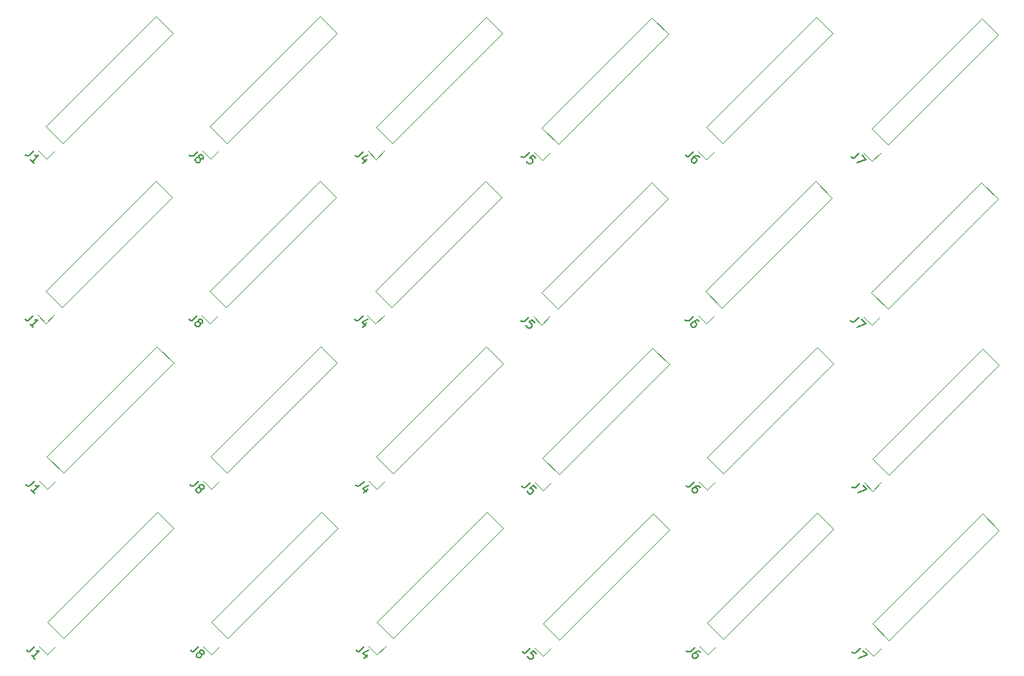
<source format=gbr>
%TF.GenerationSoftware,KiCad,Pcbnew,(7.0.0-0)*%
%TF.CreationDate,2023-04-03T17:09:53+02:00*%
%TF.ProjectId,omniscope,6f6d6e69-7363-46f7-9065-2e6b69636164,rev?*%
%TF.SameCoordinates,Original*%
%TF.FileFunction,Legend,Top*%
%TF.FilePolarity,Positive*%
%FSLAX46Y46*%
G04 Gerber Fmt 4.6, Leading zero omitted, Abs format (unit mm)*
G04 Created by KiCad (PCBNEW (7.0.0-0)) date 2023-04-03 17:09:53*
%MOMM*%
%LPD*%
G01*
G04 APERTURE LIST*
%ADD10C,0.150000*%
%ADD11C,0.120000*%
G04 APERTURE END LIST*
D10*
%TO.C,J7*%
X118263494Y-35565100D02*
X117758418Y-36070176D01*
X117758418Y-36070176D02*
X117623731Y-36137520D01*
X117623731Y-36137520D02*
X117489044Y-36137520D01*
X117489044Y-36137520D02*
X117354357Y-36070176D01*
X117354357Y-36070176D02*
X117287014Y-36002833D01*
X118532869Y-35834474D02*
X119004273Y-36305879D01*
X119004273Y-36305879D02*
X117994121Y-36709940D01*
%TO.C,J5*%
X80538494Y-73340100D02*
X80033418Y-73845176D01*
X80033418Y-73845176D02*
X79898731Y-73912520D01*
X79898731Y-73912520D02*
X79764044Y-73912520D01*
X79764044Y-73912520D02*
X79629357Y-73845176D01*
X79629357Y-73845176D02*
X79562014Y-73777833D01*
X81211930Y-74013535D02*
X80875212Y-73676818D01*
X80875212Y-73676818D02*
X80504823Y-73979863D01*
X80504823Y-73979863D02*
X80572166Y-73979863D01*
X80572166Y-73979863D02*
X80673182Y-74013535D01*
X80673182Y-74013535D02*
X80841540Y-74181894D01*
X80841540Y-74181894D02*
X80875212Y-74282909D01*
X80875212Y-74282909D02*
X80875212Y-74350253D01*
X80875212Y-74350253D02*
X80841540Y-74451268D01*
X80841540Y-74451268D02*
X80673182Y-74619627D01*
X80673182Y-74619627D02*
X80572166Y-74653298D01*
X80572166Y-74653298D02*
X80504823Y-74653298D01*
X80504823Y-74653298D02*
X80403808Y-74619627D01*
X80403808Y-74619627D02*
X80235449Y-74451268D01*
X80235449Y-74451268D02*
X80201777Y-74350253D01*
X80201777Y-74350253D02*
X80201777Y-74282909D01*
%TO.C,J4*%
X61501075Y-73202519D02*
X60995999Y-73707595D01*
X60995999Y-73707595D02*
X60861312Y-73774939D01*
X60861312Y-73774939D02*
X60726625Y-73774939D01*
X60726625Y-73774939D02*
X60591938Y-73707595D01*
X60591938Y-73707595D02*
X60524595Y-73640252D01*
X61905137Y-74077985D02*
X61433732Y-74549389D01*
X62006152Y-73640252D02*
X61332717Y-73976969D01*
X61332717Y-73976969D02*
X61770450Y-74414702D01*
%TO.C,J6*%
X99400913Y-92177681D02*
X98895837Y-92682757D01*
X98895837Y-92682757D02*
X98761150Y-92750101D01*
X98761150Y-92750101D02*
X98626463Y-92750101D01*
X98626463Y-92750101D02*
X98491776Y-92682757D01*
X98491776Y-92682757D02*
X98424433Y-92615414D01*
X100040677Y-92817444D02*
X99905990Y-92682757D01*
X99905990Y-92682757D02*
X99804975Y-92649086D01*
X99804975Y-92649086D02*
X99737631Y-92649086D01*
X99737631Y-92649086D02*
X99569272Y-92682757D01*
X99569272Y-92682757D02*
X99400914Y-92783773D01*
X99400914Y-92783773D02*
X99131540Y-93053147D01*
X99131540Y-93053147D02*
X99097868Y-93154162D01*
X99097868Y-93154162D02*
X99097868Y-93221505D01*
X99097868Y-93221505D02*
X99131540Y-93322521D01*
X99131540Y-93322521D02*
X99266227Y-93457208D01*
X99266227Y-93457208D02*
X99367242Y-93490879D01*
X99367242Y-93490879D02*
X99434585Y-93490879D01*
X99434585Y-93490879D02*
X99535601Y-93457208D01*
X99535601Y-93457208D02*
X99703959Y-93288849D01*
X99703959Y-93288849D02*
X99737631Y-93187834D01*
X99737631Y-93187834D02*
X99737631Y-93120490D01*
X99737631Y-93120490D02*
X99703959Y-93019475D01*
X99703959Y-93019475D02*
X99569272Y-92884788D01*
X99569272Y-92884788D02*
X99468257Y-92851116D01*
X99468257Y-92851116D02*
X99400914Y-92851116D01*
X99400914Y-92851116D02*
X99299898Y-92884788D01*
%TO.C,J4*%
X61426075Y-35377519D02*
X60920999Y-35882595D01*
X60920999Y-35882595D02*
X60786312Y-35949939D01*
X60786312Y-35949939D02*
X60651625Y-35949939D01*
X60651625Y-35949939D02*
X60516938Y-35882595D01*
X60516938Y-35882595D02*
X60449595Y-35815252D01*
X61830137Y-36252985D02*
X61358732Y-36724389D01*
X61931152Y-35815252D02*
X61257717Y-36151969D01*
X61257717Y-36151969D02*
X61695450Y-36589702D01*
%TO.C,J8*%
X42554862Y-92123732D02*
X42049786Y-92628808D01*
X42049786Y-92628808D02*
X41915099Y-92696152D01*
X41915099Y-92696152D02*
X41780412Y-92696152D01*
X41780412Y-92696152D02*
X41645725Y-92628808D01*
X41645725Y-92628808D02*
X41578382Y-92561465D01*
X42689550Y-92864511D02*
X42655878Y-92763495D01*
X42655878Y-92763495D02*
X42655878Y-92696152D01*
X42655878Y-92696152D02*
X42689550Y-92595137D01*
X42689550Y-92595137D02*
X42723221Y-92561465D01*
X42723221Y-92561465D02*
X42824237Y-92527793D01*
X42824237Y-92527793D02*
X42891580Y-92527793D01*
X42891580Y-92527793D02*
X42992595Y-92561465D01*
X42992595Y-92561465D02*
X43127282Y-92696152D01*
X43127282Y-92696152D02*
X43160954Y-92797167D01*
X43160954Y-92797167D02*
X43160954Y-92864511D01*
X43160954Y-92864511D02*
X43127282Y-92965526D01*
X43127282Y-92965526D02*
X43093611Y-92999198D01*
X43093611Y-92999198D02*
X42992595Y-93032869D01*
X42992595Y-93032869D02*
X42925252Y-93032869D01*
X42925252Y-93032869D02*
X42824237Y-92999198D01*
X42824237Y-92999198D02*
X42689550Y-92864511D01*
X42689550Y-92864511D02*
X42588534Y-92830839D01*
X42588534Y-92830839D02*
X42521191Y-92830839D01*
X42521191Y-92830839D02*
X42420176Y-92864511D01*
X42420176Y-92864511D02*
X42285489Y-92999198D01*
X42285489Y-92999198D02*
X42251817Y-93100213D01*
X42251817Y-93100213D02*
X42251817Y-93167556D01*
X42251817Y-93167556D02*
X42285489Y-93268572D01*
X42285489Y-93268572D02*
X42420176Y-93403259D01*
X42420176Y-93403259D02*
X42521191Y-93436930D01*
X42521191Y-93436930D02*
X42588534Y-93436930D01*
X42588534Y-93436930D02*
X42689550Y-93403259D01*
X42689550Y-93403259D02*
X42824237Y-93268572D01*
X42824237Y-93268572D02*
X42857908Y-93167556D01*
X42857908Y-93167556D02*
X42857908Y-93100213D01*
X42857908Y-93100213D02*
X42824237Y-92999198D01*
%TO.C,J7*%
X118375913Y-92327681D02*
X117870837Y-92832757D01*
X117870837Y-92832757D02*
X117736150Y-92900101D01*
X117736150Y-92900101D02*
X117601463Y-92900101D01*
X117601463Y-92900101D02*
X117466776Y-92832757D01*
X117466776Y-92832757D02*
X117399433Y-92765414D01*
X118645288Y-92597055D02*
X119116692Y-93068460D01*
X119116692Y-93068460D02*
X118106540Y-93472521D01*
%TO.C,J4*%
X61538494Y-92140100D02*
X61033418Y-92645176D01*
X61033418Y-92645176D02*
X60898731Y-92712520D01*
X60898731Y-92712520D02*
X60764044Y-92712520D01*
X60764044Y-92712520D02*
X60629357Y-92645176D01*
X60629357Y-92645176D02*
X60562014Y-92577833D01*
X61942556Y-93015566D02*
X61471151Y-93486970D01*
X62043571Y-92577833D02*
X61370136Y-92914550D01*
X61370136Y-92914550D02*
X61807869Y-93352283D01*
%TO.C,J5*%
X80463494Y-35515100D02*
X79958418Y-36020176D01*
X79958418Y-36020176D02*
X79823731Y-36087520D01*
X79823731Y-36087520D02*
X79689044Y-36087520D01*
X79689044Y-36087520D02*
X79554357Y-36020176D01*
X79554357Y-36020176D02*
X79487014Y-35952833D01*
X81136930Y-36188535D02*
X80800212Y-35851818D01*
X80800212Y-35851818D02*
X80429823Y-36154863D01*
X80429823Y-36154863D02*
X80497166Y-36154863D01*
X80497166Y-36154863D02*
X80598182Y-36188535D01*
X80598182Y-36188535D02*
X80766540Y-36356894D01*
X80766540Y-36356894D02*
X80800212Y-36457909D01*
X80800212Y-36457909D02*
X80800212Y-36525253D01*
X80800212Y-36525253D02*
X80766540Y-36626268D01*
X80766540Y-36626268D02*
X80598182Y-36794627D01*
X80598182Y-36794627D02*
X80497166Y-36828298D01*
X80497166Y-36828298D02*
X80429823Y-36828298D01*
X80429823Y-36828298D02*
X80328808Y-36794627D01*
X80328808Y-36794627D02*
X80160449Y-36626268D01*
X80160449Y-36626268D02*
X80126777Y-36525253D01*
X80126777Y-36525253D02*
X80126777Y-36457909D01*
%TO.C,J6*%
X99238494Y-54240100D02*
X98733418Y-54745176D01*
X98733418Y-54745176D02*
X98598731Y-54812520D01*
X98598731Y-54812520D02*
X98464044Y-54812520D01*
X98464044Y-54812520D02*
X98329357Y-54745176D01*
X98329357Y-54745176D02*
X98262014Y-54677833D01*
X99878258Y-54879863D02*
X99743571Y-54745176D01*
X99743571Y-54745176D02*
X99642556Y-54711505D01*
X99642556Y-54711505D02*
X99575212Y-54711505D01*
X99575212Y-54711505D02*
X99406853Y-54745176D01*
X99406853Y-54745176D02*
X99238495Y-54846192D01*
X99238495Y-54846192D02*
X98969121Y-55115566D01*
X98969121Y-55115566D02*
X98935449Y-55216581D01*
X98935449Y-55216581D02*
X98935449Y-55283924D01*
X98935449Y-55283924D02*
X98969121Y-55384940D01*
X98969121Y-55384940D02*
X99103808Y-55519627D01*
X99103808Y-55519627D02*
X99204823Y-55553298D01*
X99204823Y-55553298D02*
X99272166Y-55553298D01*
X99272166Y-55553298D02*
X99373182Y-55519627D01*
X99373182Y-55519627D02*
X99541540Y-55351268D01*
X99541540Y-55351268D02*
X99575212Y-55250253D01*
X99575212Y-55250253D02*
X99575212Y-55182909D01*
X99575212Y-55182909D02*
X99541540Y-55081894D01*
X99541540Y-55081894D02*
X99406853Y-54947207D01*
X99406853Y-54947207D02*
X99305838Y-54913535D01*
X99305838Y-54913535D02*
X99238495Y-54913535D01*
X99238495Y-54913535D02*
X99137479Y-54947207D01*
%TO.C,J5*%
X80413494Y-54340100D02*
X79908418Y-54845176D01*
X79908418Y-54845176D02*
X79773731Y-54912520D01*
X79773731Y-54912520D02*
X79639044Y-54912520D01*
X79639044Y-54912520D02*
X79504357Y-54845176D01*
X79504357Y-54845176D02*
X79437014Y-54777833D01*
X81086930Y-55013535D02*
X80750212Y-54676818D01*
X80750212Y-54676818D02*
X80379823Y-54979863D01*
X80379823Y-54979863D02*
X80447166Y-54979863D01*
X80447166Y-54979863D02*
X80548182Y-55013535D01*
X80548182Y-55013535D02*
X80716540Y-55181894D01*
X80716540Y-55181894D02*
X80750212Y-55282909D01*
X80750212Y-55282909D02*
X80750212Y-55350253D01*
X80750212Y-55350253D02*
X80716540Y-55451268D01*
X80716540Y-55451268D02*
X80548182Y-55619627D01*
X80548182Y-55619627D02*
X80447166Y-55653298D01*
X80447166Y-55653298D02*
X80379823Y-55653298D01*
X80379823Y-55653298D02*
X80278808Y-55619627D01*
X80278808Y-55619627D02*
X80110449Y-55451268D01*
X80110449Y-55451268D02*
X80076777Y-55350253D01*
X80076777Y-55350253D02*
X80076777Y-55282909D01*
%TO.C,J1*%
X23730597Y-73172997D02*
X23225521Y-73678073D01*
X23225521Y-73678073D02*
X23090834Y-73745417D01*
X23090834Y-73745417D02*
X22956147Y-73745417D01*
X22956147Y-73745417D02*
X22821460Y-73678073D01*
X22821460Y-73678073D02*
X22754117Y-73610730D01*
X23730598Y-74587211D02*
X23326537Y-74183150D01*
X23528567Y-74385180D02*
X24235674Y-73678073D01*
X24235674Y-73678073D02*
X24067315Y-73711745D01*
X24067315Y-73711745D02*
X23932628Y-73711745D01*
X23932628Y-73711745D02*
X23831613Y-73678073D01*
%TO.C,J5*%
X80575913Y-92277681D02*
X80070837Y-92782757D01*
X80070837Y-92782757D02*
X79936150Y-92850101D01*
X79936150Y-92850101D02*
X79801463Y-92850101D01*
X79801463Y-92850101D02*
X79666776Y-92782757D01*
X79666776Y-92782757D02*
X79599433Y-92715414D01*
X81249349Y-92951116D02*
X80912631Y-92614399D01*
X80912631Y-92614399D02*
X80542242Y-92917444D01*
X80542242Y-92917444D02*
X80609585Y-92917444D01*
X80609585Y-92917444D02*
X80710601Y-92951116D01*
X80710601Y-92951116D02*
X80878959Y-93119475D01*
X80878959Y-93119475D02*
X80912631Y-93220490D01*
X80912631Y-93220490D02*
X80912631Y-93287834D01*
X80912631Y-93287834D02*
X80878959Y-93388849D01*
X80878959Y-93388849D02*
X80710601Y-93557208D01*
X80710601Y-93557208D02*
X80609585Y-93590879D01*
X80609585Y-93590879D02*
X80542242Y-93590879D01*
X80542242Y-93590879D02*
X80441227Y-93557208D01*
X80441227Y-93557208D02*
X80272868Y-93388849D01*
X80272868Y-93388849D02*
X80239196Y-93287834D01*
X80239196Y-93287834D02*
X80239196Y-93220490D01*
%TO.C,J6*%
X99363494Y-73240100D02*
X98858418Y-73745176D01*
X98858418Y-73745176D02*
X98723731Y-73812520D01*
X98723731Y-73812520D02*
X98589044Y-73812520D01*
X98589044Y-73812520D02*
X98454357Y-73745176D01*
X98454357Y-73745176D02*
X98387014Y-73677833D01*
X100003258Y-73879863D02*
X99868571Y-73745176D01*
X99868571Y-73745176D02*
X99767556Y-73711505D01*
X99767556Y-73711505D02*
X99700212Y-73711505D01*
X99700212Y-73711505D02*
X99531853Y-73745176D01*
X99531853Y-73745176D02*
X99363495Y-73846192D01*
X99363495Y-73846192D02*
X99094121Y-74115566D01*
X99094121Y-74115566D02*
X99060449Y-74216581D01*
X99060449Y-74216581D02*
X99060449Y-74283924D01*
X99060449Y-74283924D02*
X99094121Y-74384940D01*
X99094121Y-74384940D02*
X99228808Y-74519627D01*
X99228808Y-74519627D02*
X99329823Y-74553298D01*
X99329823Y-74553298D02*
X99397166Y-74553298D01*
X99397166Y-74553298D02*
X99498182Y-74519627D01*
X99498182Y-74519627D02*
X99666540Y-74351268D01*
X99666540Y-74351268D02*
X99700212Y-74250253D01*
X99700212Y-74250253D02*
X99700212Y-74182909D01*
X99700212Y-74182909D02*
X99666540Y-74081894D01*
X99666540Y-74081894D02*
X99531853Y-73947207D01*
X99531853Y-73947207D02*
X99430838Y-73913535D01*
X99430838Y-73913535D02*
X99363495Y-73913535D01*
X99363495Y-73913535D02*
X99262479Y-73947207D01*
%TO.C,J8*%
X42442443Y-35361151D02*
X41937367Y-35866227D01*
X41937367Y-35866227D02*
X41802680Y-35933571D01*
X41802680Y-35933571D02*
X41667993Y-35933571D01*
X41667993Y-35933571D02*
X41533306Y-35866227D01*
X41533306Y-35866227D02*
X41465963Y-35798884D01*
X42577131Y-36101930D02*
X42543459Y-36000914D01*
X42543459Y-36000914D02*
X42543459Y-35933571D01*
X42543459Y-35933571D02*
X42577131Y-35832556D01*
X42577131Y-35832556D02*
X42610802Y-35798884D01*
X42610802Y-35798884D02*
X42711818Y-35765212D01*
X42711818Y-35765212D02*
X42779161Y-35765212D01*
X42779161Y-35765212D02*
X42880176Y-35798884D01*
X42880176Y-35798884D02*
X43014863Y-35933571D01*
X43014863Y-35933571D02*
X43048535Y-36034586D01*
X43048535Y-36034586D02*
X43048535Y-36101930D01*
X43048535Y-36101930D02*
X43014863Y-36202945D01*
X43014863Y-36202945D02*
X42981192Y-36236617D01*
X42981192Y-36236617D02*
X42880176Y-36270288D01*
X42880176Y-36270288D02*
X42812833Y-36270288D01*
X42812833Y-36270288D02*
X42711818Y-36236617D01*
X42711818Y-36236617D02*
X42577131Y-36101930D01*
X42577131Y-36101930D02*
X42476115Y-36068258D01*
X42476115Y-36068258D02*
X42408772Y-36068258D01*
X42408772Y-36068258D02*
X42307757Y-36101930D01*
X42307757Y-36101930D02*
X42173070Y-36236617D01*
X42173070Y-36236617D02*
X42139398Y-36337632D01*
X42139398Y-36337632D02*
X42139398Y-36404975D01*
X42139398Y-36404975D02*
X42173070Y-36505991D01*
X42173070Y-36505991D02*
X42307757Y-36640678D01*
X42307757Y-36640678D02*
X42408772Y-36674349D01*
X42408772Y-36674349D02*
X42476115Y-36674349D01*
X42476115Y-36674349D02*
X42577131Y-36640678D01*
X42577131Y-36640678D02*
X42711818Y-36505991D01*
X42711818Y-36505991D02*
X42745489Y-36404975D01*
X42745489Y-36404975D02*
X42745489Y-36337632D01*
X42745489Y-36337632D02*
X42711818Y-36236617D01*
%TO.C,J6*%
X99288494Y-35415100D02*
X98783418Y-35920176D01*
X98783418Y-35920176D02*
X98648731Y-35987520D01*
X98648731Y-35987520D02*
X98514044Y-35987520D01*
X98514044Y-35987520D02*
X98379357Y-35920176D01*
X98379357Y-35920176D02*
X98312014Y-35852833D01*
X99928258Y-36054863D02*
X99793571Y-35920176D01*
X99793571Y-35920176D02*
X99692556Y-35886505D01*
X99692556Y-35886505D02*
X99625212Y-35886505D01*
X99625212Y-35886505D02*
X99456853Y-35920176D01*
X99456853Y-35920176D02*
X99288495Y-36021192D01*
X99288495Y-36021192D02*
X99019121Y-36290566D01*
X99019121Y-36290566D02*
X98985449Y-36391581D01*
X98985449Y-36391581D02*
X98985449Y-36458924D01*
X98985449Y-36458924D02*
X99019121Y-36559940D01*
X99019121Y-36559940D02*
X99153808Y-36694627D01*
X99153808Y-36694627D02*
X99254823Y-36728298D01*
X99254823Y-36728298D02*
X99322166Y-36728298D01*
X99322166Y-36728298D02*
X99423182Y-36694627D01*
X99423182Y-36694627D02*
X99591540Y-36526268D01*
X99591540Y-36526268D02*
X99625212Y-36425253D01*
X99625212Y-36425253D02*
X99625212Y-36357909D01*
X99625212Y-36357909D02*
X99591540Y-36256894D01*
X99591540Y-36256894D02*
X99456853Y-36122207D01*
X99456853Y-36122207D02*
X99355838Y-36088535D01*
X99355838Y-36088535D02*
X99288495Y-36088535D01*
X99288495Y-36088535D02*
X99187479Y-36122207D01*
%TO.C,J7*%
X118338494Y-73390100D02*
X117833418Y-73895176D01*
X117833418Y-73895176D02*
X117698731Y-73962520D01*
X117698731Y-73962520D02*
X117564044Y-73962520D01*
X117564044Y-73962520D02*
X117429357Y-73895176D01*
X117429357Y-73895176D02*
X117362014Y-73827833D01*
X118607869Y-73659474D02*
X119079273Y-74130879D01*
X119079273Y-74130879D02*
X118069121Y-74534940D01*
%TO.C,J1*%
X23605597Y-54172997D02*
X23100521Y-54678073D01*
X23100521Y-54678073D02*
X22965834Y-54745417D01*
X22965834Y-54745417D02*
X22831147Y-54745417D01*
X22831147Y-54745417D02*
X22696460Y-54678073D01*
X22696460Y-54678073D02*
X22629117Y-54610730D01*
X23605598Y-55587211D02*
X23201537Y-55183150D01*
X23403567Y-55385180D02*
X24110674Y-54678073D01*
X24110674Y-54678073D02*
X23942315Y-54711745D01*
X23942315Y-54711745D02*
X23807628Y-54711745D01*
X23807628Y-54711745D02*
X23706613Y-54678073D01*
%TO.C,J8*%
X42392443Y-54186151D02*
X41887367Y-54691227D01*
X41887367Y-54691227D02*
X41752680Y-54758571D01*
X41752680Y-54758571D02*
X41617993Y-54758571D01*
X41617993Y-54758571D02*
X41483306Y-54691227D01*
X41483306Y-54691227D02*
X41415963Y-54623884D01*
X42527131Y-54926930D02*
X42493459Y-54825914D01*
X42493459Y-54825914D02*
X42493459Y-54758571D01*
X42493459Y-54758571D02*
X42527131Y-54657556D01*
X42527131Y-54657556D02*
X42560802Y-54623884D01*
X42560802Y-54623884D02*
X42661818Y-54590212D01*
X42661818Y-54590212D02*
X42729161Y-54590212D01*
X42729161Y-54590212D02*
X42830176Y-54623884D01*
X42830176Y-54623884D02*
X42964863Y-54758571D01*
X42964863Y-54758571D02*
X42998535Y-54859586D01*
X42998535Y-54859586D02*
X42998535Y-54926930D01*
X42998535Y-54926930D02*
X42964863Y-55027945D01*
X42964863Y-55027945D02*
X42931192Y-55061617D01*
X42931192Y-55061617D02*
X42830176Y-55095288D01*
X42830176Y-55095288D02*
X42762833Y-55095288D01*
X42762833Y-55095288D02*
X42661818Y-55061617D01*
X42661818Y-55061617D02*
X42527131Y-54926930D01*
X42527131Y-54926930D02*
X42426115Y-54893258D01*
X42426115Y-54893258D02*
X42358772Y-54893258D01*
X42358772Y-54893258D02*
X42257757Y-54926930D01*
X42257757Y-54926930D02*
X42123070Y-55061617D01*
X42123070Y-55061617D02*
X42089398Y-55162632D01*
X42089398Y-55162632D02*
X42089398Y-55229975D01*
X42089398Y-55229975D02*
X42123070Y-55330991D01*
X42123070Y-55330991D02*
X42257757Y-55465678D01*
X42257757Y-55465678D02*
X42358772Y-55499349D01*
X42358772Y-55499349D02*
X42426115Y-55499349D01*
X42426115Y-55499349D02*
X42527131Y-55465678D01*
X42527131Y-55465678D02*
X42661818Y-55330991D01*
X42661818Y-55330991D02*
X42695489Y-55229975D01*
X42695489Y-55229975D02*
X42695489Y-55162632D01*
X42695489Y-55162632D02*
X42661818Y-55061617D01*
%TO.C,J4*%
X61376075Y-54202519D02*
X60870999Y-54707595D01*
X60870999Y-54707595D02*
X60736312Y-54774939D01*
X60736312Y-54774939D02*
X60601625Y-54774939D01*
X60601625Y-54774939D02*
X60466938Y-54707595D01*
X60466938Y-54707595D02*
X60399595Y-54640252D01*
X61780137Y-55077985D02*
X61308732Y-55549389D01*
X61881152Y-54640252D02*
X61207717Y-54976969D01*
X61207717Y-54976969D02*
X61645450Y-55414702D01*
%TO.C,J7*%
X118213494Y-54390100D02*
X117708418Y-54895176D01*
X117708418Y-54895176D02*
X117573731Y-54962520D01*
X117573731Y-54962520D02*
X117439044Y-54962520D01*
X117439044Y-54962520D02*
X117304357Y-54895176D01*
X117304357Y-54895176D02*
X117237014Y-54827833D01*
X118482869Y-54659474D02*
X118954273Y-55130879D01*
X118954273Y-55130879D02*
X117944121Y-55534940D01*
%TO.C,J8*%
X42517443Y-73186151D02*
X42012367Y-73691227D01*
X42012367Y-73691227D02*
X41877680Y-73758571D01*
X41877680Y-73758571D02*
X41742993Y-73758571D01*
X41742993Y-73758571D02*
X41608306Y-73691227D01*
X41608306Y-73691227D02*
X41540963Y-73623884D01*
X42652131Y-73926930D02*
X42618459Y-73825914D01*
X42618459Y-73825914D02*
X42618459Y-73758571D01*
X42618459Y-73758571D02*
X42652131Y-73657556D01*
X42652131Y-73657556D02*
X42685802Y-73623884D01*
X42685802Y-73623884D02*
X42786818Y-73590212D01*
X42786818Y-73590212D02*
X42854161Y-73590212D01*
X42854161Y-73590212D02*
X42955176Y-73623884D01*
X42955176Y-73623884D02*
X43089863Y-73758571D01*
X43089863Y-73758571D02*
X43123535Y-73859586D01*
X43123535Y-73859586D02*
X43123535Y-73926930D01*
X43123535Y-73926930D02*
X43089863Y-74027945D01*
X43089863Y-74027945D02*
X43056192Y-74061617D01*
X43056192Y-74061617D02*
X42955176Y-74095288D01*
X42955176Y-74095288D02*
X42887833Y-74095288D01*
X42887833Y-74095288D02*
X42786818Y-74061617D01*
X42786818Y-74061617D02*
X42652131Y-73926930D01*
X42652131Y-73926930D02*
X42551115Y-73893258D01*
X42551115Y-73893258D02*
X42483772Y-73893258D01*
X42483772Y-73893258D02*
X42382757Y-73926930D01*
X42382757Y-73926930D02*
X42248070Y-74061617D01*
X42248070Y-74061617D02*
X42214398Y-74162632D01*
X42214398Y-74162632D02*
X42214398Y-74229975D01*
X42214398Y-74229975D02*
X42248070Y-74330991D01*
X42248070Y-74330991D02*
X42382757Y-74465678D01*
X42382757Y-74465678D02*
X42483772Y-74499349D01*
X42483772Y-74499349D02*
X42551115Y-74499349D01*
X42551115Y-74499349D02*
X42652131Y-74465678D01*
X42652131Y-74465678D02*
X42786818Y-74330991D01*
X42786818Y-74330991D02*
X42820489Y-74229975D01*
X42820489Y-74229975D02*
X42820489Y-74162632D01*
X42820489Y-74162632D02*
X42786818Y-74061617D01*
%TO.C,J1*%
X23655597Y-35347997D02*
X23150521Y-35853073D01*
X23150521Y-35853073D02*
X23015834Y-35920417D01*
X23015834Y-35920417D02*
X22881147Y-35920417D01*
X22881147Y-35920417D02*
X22746460Y-35853073D01*
X22746460Y-35853073D02*
X22679117Y-35785730D01*
X23655598Y-36762211D02*
X23251537Y-36358150D01*
X23453567Y-36560180D02*
X24160674Y-35853073D01*
X24160674Y-35853073D02*
X23992315Y-35886745D01*
X23992315Y-35886745D02*
X23857628Y-35886745D01*
X23857628Y-35886745D02*
X23756613Y-35853073D01*
X23768016Y-92110578D02*
X23262940Y-92615654D01*
X23262940Y-92615654D02*
X23128253Y-92682998D01*
X23128253Y-92682998D02*
X22993566Y-92682998D01*
X22993566Y-92682998D02*
X22858879Y-92615654D01*
X22858879Y-92615654D02*
X22791536Y-92548311D01*
X23768017Y-93524792D02*
X23363956Y-93120731D01*
X23565986Y-93322761D02*
X24273093Y-92615654D01*
X24273093Y-92615654D02*
X24104734Y-92649326D01*
X24104734Y-92649326D02*
X23970047Y-92649326D01*
X23970047Y-92649326D02*
X23869032Y-92615654D01*
D11*
%TO.C,J7*%
X119699427Y-36481477D02*
X118758975Y-35541025D01*
X120639879Y-35541025D02*
X119699427Y-36481477D01*
X121537905Y-34642999D02*
X134152690Y-22028214D01*
X121537905Y-34642999D02*
X119657001Y-32762095D01*
X134152690Y-22028214D02*
X132271786Y-20147310D01*
X119657001Y-32762095D02*
X132271786Y-20147310D01*
%TO.C,J5*%
X81974427Y-74256477D02*
X81033975Y-73316025D01*
X82914879Y-73316025D02*
X81974427Y-74256477D01*
X83812905Y-72417999D02*
X96427690Y-59803214D01*
X83812905Y-72417999D02*
X81932001Y-70537095D01*
X96427690Y-59803214D02*
X94546786Y-57922310D01*
X81932001Y-70537095D02*
X94546786Y-57922310D01*
%TO.C,J4*%
X62937008Y-74118896D02*
X61996556Y-73178444D01*
X63877460Y-73178444D02*
X62937008Y-74118896D01*
X64775486Y-72280418D02*
X77390271Y-59665633D01*
X64775486Y-72280418D02*
X62894582Y-70399514D01*
X77390271Y-59665633D02*
X75509367Y-57784729D01*
X62894582Y-70399514D02*
X75509367Y-57784729D01*
%TO.C,J6*%
X100836846Y-93094058D02*
X99896394Y-92153606D01*
X101777298Y-92153606D02*
X100836846Y-93094058D01*
X102675324Y-91255580D02*
X115290109Y-78640795D01*
X102675324Y-91255580D02*
X100794420Y-89374676D01*
X115290109Y-78640795D02*
X113409205Y-76759891D01*
X100794420Y-89374676D02*
X113409205Y-76759891D01*
%TO.C,J4*%
X62862008Y-36293896D02*
X61921556Y-35353444D01*
X63802460Y-35353444D02*
X62862008Y-36293896D01*
X64700486Y-34455418D02*
X77315271Y-21840633D01*
X64700486Y-34455418D02*
X62819582Y-32574514D01*
X77315271Y-21840633D02*
X75434367Y-19959729D01*
X62819582Y-32574514D02*
X75434367Y-19959729D01*
%TO.C,J8*%
X43990795Y-93040109D02*
X43050343Y-92099657D01*
X44931247Y-92099657D02*
X43990795Y-93040109D01*
X45829273Y-91201631D02*
X58444058Y-78586846D01*
X45829273Y-91201631D02*
X43948369Y-89320727D01*
X58444058Y-78586846D02*
X56563154Y-76705942D01*
X43948369Y-89320727D02*
X56563154Y-76705942D01*
%TO.C,J7*%
X119811846Y-93244058D02*
X118871394Y-92303606D01*
X120752298Y-92303606D02*
X119811846Y-93244058D01*
X121650324Y-91405580D02*
X134265109Y-78790795D01*
X121650324Y-91405580D02*
X119769420Y-89524676D01*
X134265109Y-78790795D02*
X132384205Y-76909891D01*
X119769420Y-89524676D02*
X132384205Y-76909891D01*
%TO.C,J4*%
X62974427Y-93056477D02*
X62033975Y-92116025D01*
X63914879Y-92116025D02*
X62974427Y-93056477D01*
X64812905Y-91217999D02*
X77427690Y-78603214D01*
X64812905Y-91217999D02*
X62932001Y-89337095D01*
X77427690Y-78603214D02*
X75546786Y-76722310D01*
X62932001Y-89337095D02*
X75546786Y-76722310D01*
%TO.C,J5*%
X81899427Y-36431477D02*
X80958975Y-35491025D01*
X82839879Y-35491025D02*
X81899427Y-36431477D01*
X83737905Y-34592999D02*
X96352690Y-21978214D01*
X83737905Y-34592999D02*
X81857001Y-32712095D01*
X96352690Y-21978214D02*
X94471786Y-20097310D01*
X81857001Y-32712095D02*
X94471786Y-20097310D01*
%TO.C,J6*%
X100674427Y-55156477D02*
X99733975Y-54216025D01*
X101614879Y-54216025D02*
X100674427Y-55156477D01*
X102512905Y-53317999D02*
X115127690Y-40703214D01*
X102512905Y-53317999D02*
X100632001Y-51437095D01*
X115127690Y-40703214D02*
X113246786Y-38822310D01*
X100632001Y-51437095D02*
X113246786Y-38822310D01*
%TO.C,J5*%
X81849427Y-55256477D02*
X80908975Y-54316025D01*
X82789879Y-54316025D02*
X81849427Y-55256477D01*
X83687905Y-53417999D02*
X96302690Y-40803214D01*
X83687905Y-53417999D02*
X81807001Y-51537095D01*
X96302690Y-40803214D02*
X94421786Y-38922310D01*
X81807001Y-51537095D02*
X94421786Y-38922310D01*
%TO.C,J1*%
X25166530Y-74089374D02*
X24226078Y-73148922D01*
X26106982Y-73148922D02*
X25166530Y-74089374D01*
X27005008Y-72250896D02*
X39619793Y-59636111D01*
X27005008Y-72250896D02*
X25124104Y-70369992D01*
X39619793Y-59636111D02*
X37738889Y-57755207D01*
X25124104Y-70369992D02*
X37738889Y-57755207D01*
%TO.C,J5*%
X82011846Y-93194058D02*
X81071394Y-92253606D01*
X82952298Y-92253606D02*
X82011846Y-93194058D01*
X83850324Y-91355580D02*
X96465109Y-78740795D01*
X83850324Y-91355580D02*
X81969420Y-89474676D01*
X96465109Y-78740795D02*
X94584205Y-76859891D01*
X81969420Y-89474676D02*
X94584205Y-76859891D01*
%TO.C,J6*%
X100799427Y-74156477D02*
X99858975Y-73216025D01*
X101739879Y-73216025D02*
X100799427Y-74156477D01*
X102637905Y-72317999D02*
X115252690Y-59703214D01*
X102637905Y-72317999D02*
X100757001Y-70437095D01*
X115252690Y-59703214D02*
X113371786Y-57822310D01*
X100757001Y-70437095D02*
X113371786Y-57822310D01*
%TO.C,J8*%
X43878376Y-36277528D02*
X42937924Y-35337076D01*
X44818828Y-35337076D02*
X43878376Y-36277528D01*
X45716854Y-34439050D02*
X58331639Y-21824265D01*
X45716854Y-34439050D02*
X43835950Y-32558146D01*
X58331639Y-21824265D02*
X56450735Y-19943361D01*
X43835950Y-32558146D02*
X56450735Y-19943361D01*
%TO.C,J6*%
X100724427Y-36331477D02*
X99783975Y-35391025D01*
X101664879Y-35391025D02*
X100724427Y-36331477D01*
X102562905Y-34492999D02*
X115177690Y-21878214D01*
X102562905Y-34492999D02*
X100682001Y-32612095D01*
X115177690Y-21878214D02*
X113296786Y-19997310D01*
X100682001Y-32612095D02*
X113296786Y-19997310D01*
%TO.C,J7*%
X119774427Y-74306477D02*
X118833975Y-73366025D01*
X120714879Y-73366025D02*
X119774427Y-74306477D01*
X121612905Y-72467999D02*
X134227690Y-59853214D01*
X121612905Y-72467999D02*
X119732001Y-70587095D01*
X134227690Y-59853214D02*
X132346786Y-57972310D01*
X119732001Y-70587095D02*
X132346786Y-57972310D01*
%TO.C,J1*%
X25041530Y-55089374D02*
X24101078Y-54148922D01*
X25981982Y-54148922D02*
X25041530Y-55089374D01*
X26880008Y-53250896D02*
X39494793Y-40636111D01*
X26880008Y-53250896D02*
X24999104Y-51369992D01*
X39494793Y-40636111D02*
X37613889Y-38755207D01*
X24999104Y-51369992D02*
X37613889Y-38755207D01*
%TO.C,J8*%
X43828376Y-55102528D02*
X42887924Y-54162076D01*
X44768828Y-54162076D02*
X43828376Y-55102528D01*
X45666854Y-53264050D02*
X58281639Y-40649265D01*
X45666854Y-53264050D02*
X43785950Y-51383146D01*
X58281639Y-40649265D02*
X56400735Y-38768361D01*
X43785950Y-51383146D02*
X56400735Y-38768361D01*
%TO.C,J4*%
X62812008Y-55118896D02*
X61871556Y-54178444D01*
X63752460Y-54178444D02*
X62812008Y-55118896D01*
X64650486Y-53280418D02*
X77265271Y-40665633D01*
X64650486Y-53280418D02*
X62769582Y-51399514D01*
X77265271Y-40665633D02*
X75384367Y-38784729D01*
X62769582Y-51399514D02*
X75384367Y-38784729D01*
%TO.C,J7*%
X119649427Y-55306477D02*
X118708975Y-54366025D01*
X120589879Y-54366025D02*
X119649427Y-55306477D01*
X121487905Y-53467999D02*
X134102690Y-40853214D01*
X121487905Y-53467999D02*
X119607001Y-51587095D01*
X134102690Y-40853214D02*
X132221786Y-38972310D01*
X119607001Y-51587095D02*
X132221786Y-38972310D01*
%TO.C,J8*%
X43953376Y-74102528D02*
X43012924Y-73162076D01*
X44893828Y-73162076D02*
X43953376Y-74102528D01*
X45791854Y-72264050D02*
X58406639Y-59649265D01*
X45791854Y-72264050D02*
X43910950Y-70383146D01*
X58406639Y-59649265D02*
X56525735Y-57768361D01*
X43910950Y-70383146D02*
X56525735Y-57768361D01*
%TO.C,J1*%
X25091530Y-36264374D02*
X24151078Y-35323922D01*
X26031982Y-35323922D02*
X25091530Y-36264374D01*
X26930008Y-34425896D02*
X39544793Y-21811111D01*
X26930008Y-34425896D02*
X25049104Y-32544992D01*
X39544793Y-21811111D02*
X37663889Y-19930207D01*
X25049104Y-32544992D02*
X37663889Y-19930207D01*
X25203949Y-93026955D02*
X24263497Y-92086503D01*
X26144401Y-92086503D02*
X25203949Y-93026955D01*
X27042427Y-91188477D02*
X39657212Y-78573692D01*
X27042427Y-91188477D02*
X25161523Y-89307573D01*
X39657212Y-78573692D02*
X37776308Y-76692788D01*
X25161523Y-89307573D02*
X37776308Y-76692788D01*
%TD*%
M02*

</source>
